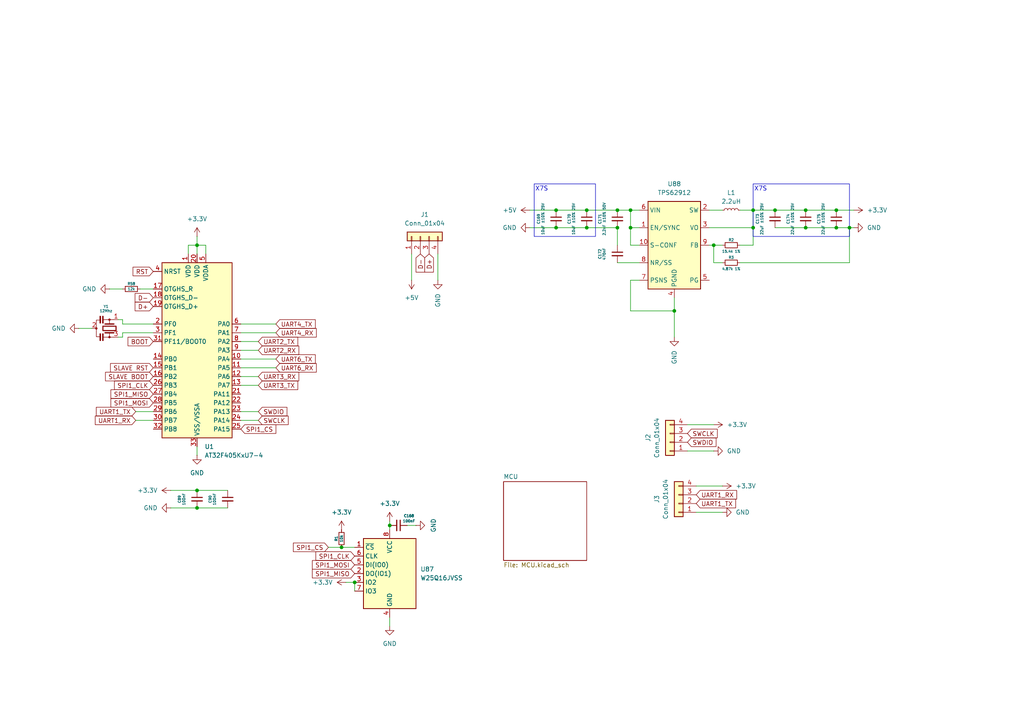
<source format=kicad_sch>
(kicad_sch (version 20231120) (generator "eeschema") (generator_version "8.0")
  (paper "A4")
  (lib_symbols
    (symbol "Connector_Generic:Conn_01x04" (pin_names (offset 1.016) hide)
      (property "Reference" "J" (at 0 5.08 0))
      (property "Value" "Conn_01x04" (at 0 -7.62 0))
      (symbol "Conn_01x04_1_1"
        (rectangle (start -1.27 -4.953) (end 0 -5.207) (stroke (width 0.1524)))
        (rectangle (start -1.27 -2.413) (end 0 -2.667) (stroke (width 0.1524)))
        (rectangle (start -1.27 0.127) (end 0 -0.127) (stroke (width 0.1524)))
        (rectangle (start -1.27 2.667) (end 0 2.413) (stroke (width 0.1524)))
        (rectangle (start -1.27 3.81) (end 1.27 -6.35) (stroke (width 0.254)) (fill (type background)))
        (pin passive line (at -5.08 2.54 0) (length 3.81) (name "Pin_1") (number "1"))
        (pin passive line (at -5.08 0 0) (length 3.81) (name "Pin_2") (number "2"))
        (pin passive line (at -5.08 -2.54 0) (length 3.81) (name "Pin_3") (number "3"))
        (pin passive line (at -5.08 -5.08 0) (length 3.81) (name "Pin_4") (number "4"))
      )
    )
    (symbol "Device:C_Small" (pin_numbers hide) (pin_names (offset 0.254) hide)
      (property "Reference" "C" (at 0.254 1.778 0))
      (property "Value" "C_Small" (at 0.254 -2.032 0))
      (symbol "C_Small_0_1"
        (polyline (pts (xy -1.524 -0.508) (xy 1.524 -0.508)) (stroke (width 0.3302)))
        (polyline (pts (xy -1.524 0.508) (xy 1.524 0.508)) (stroke (width 0.3048)))
      )
      (symbol "C_Small_1_1"
        (pin passive line (at 0 2.54 270) (length 2.032) (name "~") (number "1"))
        (pin passive line (at 0 -2.54 90) (length 2.032) (name "~") (number "2"))
      )
    )
    (symbol "Device:L_Small" (pin_numbers hide) (pin_names (offset 0.254) hide)
      (property "Reference" "L" (at 0.762 1.016 0))
      (property "Value" "L_Small" (at 0.762 -1.016 0))
      (symbol "L_Small_0_1"
        (arc (start 0 -2.032) (mid 0.5058 -1.524) (end 0 -1.016))
        (arc (start 0 -1.016) (mid 0.5058 -0.508) (end 0 0))
        (arc (start 0 0) (mid 0.5058 0.508) (end 0 1.016))
        (arc (start 0 1.016) (mid 0.5058 1.524) (end 0 2.032))
      )
      (symbol "L_Small_1_1"
        (pin passive line (at 0 2.54 270) (length 0.508) (name "~") (number "1"))
        (pin passive line (at 0 -2.54 90) (length 0.508) (name "~") (number "2"))
      )
    )
    (symbol "Device:R_Small" (pin_numbers hide) (pin_names (offset 0.254) hide)
      (property "Reference" "R" (at 0.762 0.508 0))
      (property "Value" "R_Small" (at 0.762 -1.016 0))
      (symbol "R_Small_0_1"
        (rectangle (start -0.762 1.778) (end 0.762 -1.778) (stroke (width 0.2032)))
      )
      (symbol "R_Small_1_1"
        (pin passive line (at 0 2.54 270) (length 0.762) (name "~") (number "1"))
        (pin passive line (at 0 -2.54 90) (length 0.762) (name "~") (number "2"))
      )
    )
    (symbol "Device:Resonator_Small" (pin_names (offset 1.016) hide)
      (property "Reference" "Y" (at 3.175 1.905 0))
      (property "Value" "Resonator_Small" (at 3.175 0 0))
      (symbol "Resonator_Small_0_1"
        (rectangle (start -3.556 -2.54) (end -1.524 -2.794) (fill (type outline)))
        (rectangle (start -3.556 -1.778) (end -1.524 -2.032) (fill (type outline)))
        (circle (center -2.54 0) (radius 0.254) (fill (type outline)))
        (rectangle (start -0.635 1.905) (end 0.635 -1.905) (stroke (width 0.3048)))
        (circle (center 0 -3.81) (radius 0.254) (fill (type outline)))
        (polyline (pts (xy -2.54 -1.778) (xy -2.54 0)))
        (polyline (pts (xy -2.54 0) (xy -1.397 0)))
        (polyline (pts (xy -2.54 1.27) (xy -2.54 0)))
        (polyline (pts (xy -1.27 -1.27) (xy -1.27 1.27)) (stroke (width 0.381)))
        (polyline (pts (xy 1.27 -1.27) (xy 1.27 1.27)) (stroke (width 0.381)))
        (polyline (pts (xy 1.27 0) (xy 2.54 0)))
        (polyline (pts (xy 2.54 0) (xy 2.54 -1.778)))
        (polyline (pts (xy 2.54 1.27) (xy 2.54 0)))
        (polyline (pts (xy 2.413 -2.794) (xy 2.413 -3.81) (xy -2.413 -3.81) (xy -2.413 -2.667)))
        (rectangle (start 1.524 -2.54) (end 3.556 -2.794) (fill (type outline)))
        (rectangle (start 1.524 -1.778) (end 3.556 -2.032) (fill (type outline)))
        (circle (center 2.54 0) (radius 0.254) (fill (type outline)))
      )
      (symbol "Resonator_Small_1_1"
        (pin passive line (at -2.54 2.54 270) (length 1.27) (name "1") (number "1"))
        (pin passive line (at 0 -5.08 90) (length 1.27) (name "2") (number "2"))
        (pin passive line (at 2.54 2.54 270) (length 1.27) (name "3") (number "3"))
      )
    )
    (symbol "MCU_Artery_AT32F40:AT32F405KxU7-4"
      (property "Reference" "U" (at -10.16 26.67 0))
      (property "Value" "AT32F405KxU7-4" (at 5.08 26.67 0))
      (symbol "AT32F405KxU7-4_0_1"
        (rectangle (start -10.16 25.4) (end 10.16 -25.4) (stroke (width 0.254)) (fill (type background)))
      )
      (symbol "AT32F405KxU7-4_1_1"
        (pin power_in line (at -2.54 27.94 270) (length 2.54) (name "VDD") (number "1"))
        (pin bidirectional line (at 12.7 -2.54 180) (length 2.54) (name "PA4") (number "10"))
        (pin bidirectional line (at 12.7 -5.08 180) (length 2.54) (name "PA5") (number "11"))
        (pin bidirectional line (at 12.7 -7.62 180) (length 2.54) (name "PA6") (number "12"))
        (pin bidirectional line (at 12.7 -10.16 180) (length 2.54) (name "PA7") (number "13"))
        (pin bidirectional line (at -12.7 -2.54 0) (length 2.54) (name "PB0") (number "14"))
        (pin bidirectional line (at -12.7 -5.08 0) (length 2.54) (name "PB1") (number "15"))
        (pin bidirectional line (at -12.7 -7.62 0) (length 2.54) (name "PB2") (number "16"))
        (pin input line (at -12.7 17.78 0) (length 2.54) (name "OTGHS_R") (number "17"))
        (pin bidirectional line (at -12.7 15.24 0) (length 2.54) (name "OTGHS_D-") (number "18"))
        (pin bidirectional line (at -12.7 12.7 0) (length 2.54) (name "OTGHS_D+") (number "19"))
        (pin input line (at -12.7 7.62 0) (length 2.54) (name "PF0") (number "2"))
        (pin power_in line (at 0 27.94 270) (length 2.54) (name "VDD") (number "20"))
        (pin bidirectional line (at 12.7 -12.7 180) (length 2.54) (name "PA11") (number "21"))
        (pin bidirectional line (at 12.7 -15.24 180) (length 2.54) (name "PA12") (number "22"))
        (pin bidirectional line (at 12.7 -17.78 180) (length 2.54) (name "PA13") (number "23"))
        (pin bidirectional line (at 12.7 -20.32 180) (length 2.54) (name "PA14") (number "24"))
        (pin bidirectional line (at 12.7 -22.86 180) (length 2.54) (name "PA15") (number "25"))
        (pin bidirectional line (at -12.7 -10.16 0) (length 2.54) (name "PB3") (number "26"))
        (pin bidirectional line (at -12.7 -12.7 0) (length 2.54) (name "PB4") (number "27"))
        (pin bidirectional line (at -12.7 -15.24 0) (length 2.54) (name "PB5") (number "28"))
        (pin bidirectional line (at -12.7 -17.78 0) (length 2.54) (name "PB6") (number "29"))
        (pin input line (at -12.7 5.08 0) (length 2.54) (name "PF1") (number "3"))
        (pin bidirectional line (at -12.7 -20.32 0) (length 2.54) (name "PB7") (number "30"))
        (pin input line (at -12.7 2.54 0) (length 2.54) (name "PF11/BOOT0") (number "31"))
        (pin bidirectional line (at -12.7 -22.86 0) (length 2.54) (name "PB8") (number "32"))
        (pin power_in line (at 0 -27.94 90) (length 2.54) (name "VSS/VSSA") (number "33"))
        (pin input line (at -12.7 22.86 0) (length 2.54) (name "NRST") (number "4"))
        (pin power_in line (at 2.54 27.94 270) (length 2.54) (name "VDDA") (number "5"))
        (pin bidirectional line (at 12.7 7.62 180) (length 2.54) (name "PA0") (number "6"))
        (pin bidirectional line (at 12.7 5.08 180) (length 2.54) (name "PA1") (number "7"))
        (pin bidirectional line (at 12.7 2.54 180) (length 2.54) (name "PA2") (number "8"))
        (pin bidirectional line (at 12.7 0 180) (length 2.54) (name "PA3") (number "9"))
      )
    )
    (symbol "Memory_Flash:W25Q16JVSS"
      (property "Reference" "U" (at -6.35 11.43 0))
      (property "Value" "W25Q16JVSS" (at 7.62 11.43 0))
      (symbol "W25Q16JVSS_0_1"
        (rectangle (start -7.62 10.16) (end 7.62 -10.16) (stroke (width 0.254)) (fill (type background)))
      )
      (symbol "W25Q16JVSS_1_1"
        (pin input line (at -10.16 7.62 0) (length 2.54) (name "~{CS}") (number "1"))
        (pin bidirectional line (at -10.16 0 0) (length 2.54) (name "DO(IO1)") (number "2"))
        (pin bidirectional line (at -10.16 -2.54 0) (length 2.54) (name "IO2") (number "3"))
        (pin power_in line (at 0 -12.7 90) (length 2.54) (name "GND") (number "4"))
        (pin bidirectional line (at -10.16 2.54 0) (length 2.54) (name "DI(IO0)") (number "5"))
        (pin input line (at -10.16 5.08 0) (length 2.54) (name "CLK") (number "6"))
        (pin bidirectional line (at -10.16 -5.08 0) (length 2.54) (name "IO3") (number "7"))
        (pin power_in line (at 0 12.7 270) (length 2.54) (name "VCC") (number "8"))
      )
    )
    (symbol "Regulator_Switching:TPS62912"
      (property "Reference" "U" (at -6.35 13.97 0))
      (property "Value" "TPS62912" (at 5.334 -13.97 0))
      (symbol "TPS62912_1_1"
        (rectangle (start -7.62 12.7) (end 7.62 -12.7) (stroke (width 0.254)) (fill (type background)))
        (pin input line (at -10.16 5.08 0) (length 2.54) (name "EN/SYNC") (number "1"))
        (pin input line (at -10.16 0 0) (length 2.54) (name "S-CONF") (number "10"))
        (pin power_out line (at 10.16 10.16 180) (length 2.54) (name "SW") (number "2"))
        (pin input line (at 10.16 5.08 180) (length 2.54) (name "VO") (number "3"))
        (pin power_in line (at 0 -15.24 90) (length 2.54) (name "PGND") (number "4"))
        (pin output line (at 10.16 -10.16 180) (length 2.54) (name "PG") (number "5"))
        (pin power_in line (at -10.16 10.16 0) (length 2.54) (name "VIN") (number "6"))
        (pin input line (at -10.16 -10.16 0) (length 2.54) (name "PSNS") (number "7"))
        (pin output line (at -10.16 -5.08 0) (length 2.54) (name "NR/SS") (number "8"))
        (pin input line (at 10.16 0 180) (length 2.54) (name "FB") (number "9"))
      )
    )
    (symbol "power:+3.3V" (power) (pin_numbers hide) (pin_names (offset 0) hide)
      (property "Value" "+3.3V" (at 0 3.556 0))
      (symbol "+3.3V_0_1"
        (polyline (pts (xy -0.762 1.27) (xy 0 2.54)))
        (polyline (pts (xy 0 0) (xy 0 2.54)))
        (polyline (pts (xy 0 2.54) (xy 0.762 1.27)))
      )
      (symbol "+3.3V_1_1"
        (pin power_in line (at 0 0 90) (length 0) (name "~") (number "1"))
      )
    )
    (symbol "power:+5V" (power) (pin_numbers hide) (pin_names (offset 0) hide)
      (property "Value" "+5V" (at 0 3.556 0))
      (symbol "+5V_0_1"
        (polyline (pts (xy -0.762 1.27) (xy 0 2.54)))
        (polyline (pts (xy 0 0) (xy 0 2.54)))
        (polyline (pts (xy 0 2.54) (xy 0.762 1.27)))
      )
      (symbol "+5V_1_1"
        (pin power_in line (at 0 0 90) (length 0) (name "~") (number "1"))
      )
    )
    (symbol "power:GND" (power) (pin_numbers hide) (pin_names (offset 0) hide)
      (property "Value" "GND" (at 0 -3.81 0))
      (symbol "GND_0_1"
        (polyline (pts (xy 0 0) (xy 0 -1.27) (xy 1.27 -1.27) (xy 0 -2.54) (xy -1.27 -1.27) (xy 0 -1.27)))
      )
      (symbol "GND_1_1"
        (pin power_in line (at 0 0 270) (length 0) (name "~") (number "1"))
      )
    )
  )
  (junction (at 57.15 147.32))
  (junction (at 233.68 60.96))
  (junction (at 218.44 66.04))
  (junction (at 182.88 60.96))
  (junction (at 224.79 60.96))
  (junction (at 99.06 158.75))
  (junction (at 57.15 71.12))
  (junction (at 170.18 66.04))
  (junction (at 170.18 60.96))
  (junction (at 179.07 60.96))
  (junction (at 195.58 90.17))
  (junction (at 242.57 60.96))
  (junction (at 113.03 152.4))
  (junction (at 207.01 71.12))
  (junction (at 242.57 66.04))
  (junction (at 102.87 168.91))
  (junction (at 161.29 66.04))
  (junction (at 246.38 66.04))
  (junction (at 233.68 66.04))
  (junction (at 182.88 66.04))
  (junction (at 179.07 66.04))
  (junction (at 218.44 60.96))
  (junction (at 57.15 142.24))
  (junction (at 161.29 60.96))
  (wire (pts (xy 233.68 66.04) (xy 242.57 66.04)))
  (wire (pts (xy 246.38 66.04) (xy 247.65 66.04)))
  (wire (pts (xy 224.79 66.04) (xy 233.68 66.04)))
  (wire (pts (xy 179.07 66.04) (xy 179.07 71.12)))
  (wire (pts (xy 214.63 76.2) (xy 246.38 76.2)))
  (wire (pts (xy 100.33 168.91) (xy 102.87 168.91)))
  (wire (pts (xy 185.42 71.12) (xy 182.88 71.12)))
  (wire (pts (xy 218.44 66.04) (xy 218.44 60.96)))
  (wire (pts (xy 57.15 147.32) (xy 66.04 147.32)))
  (wire (pts (xy 69.85 111.76) (xy 74.93 111.76)))
  (wire (pts (xy 127 81.28) (xy 127 73.66)))
  (wire (pts (xy 209.55 76.2) (xy 207.01 76.2)))
  (wire (pts (xy 113.03 152.4) (xy 113.03 153.67)))
  (wire (pts (xy 209.55 140.97) (xy 201.93 140.97)))
  (wire (pts (xy 69.85 119.38) (xy 74.93 119.38)))
  (wire (pts (xy 59.69 71.12) (xy 59.69 73.66)))
  (wire (pts (xy 224.79 60.96) (xy 233.68 60.96)))
  (wire (pts (xy 44.45 119.38) (xy 39.37 119.38)))
  (wire (pts (xy 95.25 158.75) (xy 99.06 158.75)))
  (wire (pts (xy 57.15 71.12) (xy 57.15 73.66)))
  (wire (pts (xy 207.01 130.81) (xy 199.39 130.81)))
  (wire (pts (xy 182.88 60.96) (xy 185.42 60.96)))
  (wire (pts (xy 113.03 151.13) (xy 113.03 152.4)))
  (wire (pts (xy 57.15 129.54) (xy 57.15 132.08)))
  (wire (pts (xy 57.15 68.58) (xy 57.15 71.12)))
  (wire (pts (xy 118.11 152.4) (xy 120.65 152.4)))
  (wire (pts (xy 214.63 71.12) (xy 218.44 71.12)))
  (wire (pts (xy 119.38 81.28) (xy 119.38 73.66)))
  (wire (pts (xy 49.53 142.24) (xy 57.15 142.24)))
  (wire (pts (xy 57.15 71.12) (xy 59.69 71.12)))
  (wire (pts (xy 205.74 60.96) (xy 209.55 60.96)))
  (wire (pts (xy 182.88 81.28) (xy 185.42 81.28)))
  (wire (pts (xy 69.85 106.68) (xy 80.01 106.68)))
  (wire (pts (xy 35.56 93.98) (xy 35.56 92.71)))
  (wire (pts (xy 49.53 147.32) (xy 57.15 147.32)))
  (wire (pts (xy 205.74 66.04) (xy 218.44 66.04)))
  (wire (pts (xy 69.85 109.22) (xy 74.93 109.22)))
  (wire (pts (xy 40.64 83.82) (xy 44.45 83.82)))
  (wire (pts (xy 35.56 96.52) (xy 35.56 97.79)))
  (wire (pts (xy 35.56 97.79) (xy 34.29 97.79)))
  (wire (pts (xy 218.44 71.12) (xy 218.44 66.04)))
  (wire (pts (xy 153.67 66.04) (xy 161.29 66.04)))
  (wire (pts (xy 195.58 90.17) (xy 195.58 86.36)))
  (wire (pts (xy 207.01 123.19) (xy 199.39 123.19)))
  (wire (pts (xy 179.07 60.96) (xy 182.88 60.96)))
  (wire (pts (xy 80.01 96.52) (xy 69.85 96.52)))
  (wire (pts (xy 44.45 93.98) (xy 35.56 93.98)))
  (wire (pts (xy 69.85 99.06) (xy 74.93 99.06)))
  (wire (pts (xy 35.56 92.71) (xy 34.29 92.71)))
  (wire (pts (xy 102.87 168.91) (xy 102.87 171.45)))
  (wire (pts (xy 179.07 76.2) (xy 185.42 76.2)))
  (wire (pts (xy 153.67 60.96) (xy 161.29 60.96)))
  (wire (pts (xy 44.45 96.52) (xy 35.56 96.52)))
  (wire (pts (xy 246.38 66.04) (xy 246.38 76.2)))
  (wire (pts (xy 182.88 71.12) (xy 182.88 66.04)))
  (wire (pts (xy 54.61 71.12) (xy 54.61 73.66)))
  (wire (pts (xy 182.88 60.96) (xy 182.88 66.04)))
  (wire (pts (xy 242.57 66.04) (xy 246.38 66.04)))
  (wire (pts (xy 185.42 66.04) (xy 182.88 66.04)))
  (wire (pts (xy 233.68 60.96) (xy 242.57 60.96)))
  (wire (pts (xy 113.03 179.07) (xy 113.03 181.61)))
  (wire (pts (xy 99.06 158.75) (xy 102.87 158.75)))
  (wire (pts (xy 54.61 71.12) (xy 57.15 71.12)))
  (wire (pts (xy 182.88 90.17) (xy 195.58 90.17)))
  (wire (pts (xy 69.85 121.92) (xy 74.93 121.92)))
  (wire (pts (xy 170.18 66.04) (xy 179.07 66.04)))
  (wire (pts (xy 207.01 71.12) (xy 209.55 71.12)))
  (wire (pts (xy 31.75 83.82) (xy 35.56 83.82)))
  (wire (pts (xy 242.57 60.96) (xy 247.65 60.96)))
  (wire (pts (xy 69.85 104.14) (xy 80.01 104.14)))
  (wire (pts (xy 170.18 60.96) (xy 179.07 60.96)))
  (wire (pts (xy 218.44 60.96) (xy 224.79 60.96)))
  (wire (pts (xy 195.58 97.79) (xy 195.58 90.17)))
  (wire (pts (xy 161.29 66.04) (xy 170.18 66.04)))
  (wire (pts (xy 57.15 142.24) (xy 66.04 142.24)))
  (wire (pts (xy 205.74 71.12) (xy 207.01 71.12)))
  (wire (pts (xy 207.01 76.2) (xy 207.01 71.12)))
  (wire (pts (xy 22.86 95.25) (xy 26.67 95.25)))
  (wire (pts (xy 80.01 93.98) (xy 69.85 93.98)))
  (wire (pts (xy 218.44 60.96) (xy 214.63 60.96)))
  (wire (pts (xy 161.29 60.96) (xy 170.18 60.96)))
  (wire (pts (xy 44.45 121.92) (xy 39.37 121.92)))
  (wire (pts (xy 209.55 148.59) (xy 201.93 148.59)))
  (wire (pts (xy 182.88 81.28) (xy 182.88 90.17)))
  (wire (pts (xy 69.85 101.6) (xy 74.93 101.6)))
  (rectangle (start 218.44 53.34) (end 246.38 68.58))
  (rectangle (start 154.94 53.34) (end 172.72 68.58))
  (text "X7S" (at 218.694 54.102 0) (effects (font (size 1.27 1.27)) (justify left top)))
  (text "X7S" (at 155.194 54.102 0) (effects (font (size 1.27 1.27)) (justify left top)))
  (global_label "UART6_RX" (shape input) (at 80.01 106.68 0) (property "Intersheetrefs" "${INTERSHEET_REFS}" (effects (hide yes))))
  (global_label "D+" (shape input) (at 124.46 73.66 270) (property "Intersheetrefs" "${INTERSHEET_REFS}" (effects (hide yes))))
  (global_label "SLAVE RST" (shape input) (at 44.45 106.68 180) (property "Intersheetrefs" "${INTERSHEET_REFS}" (effects (hide yes))))
  (global_label "UART1_RX" (shape input) (at 39.37 121.92 180) (property "Intersheetrefs" "${INTERSHEET_REFS}" (effects (hide yes))))
  (global_label "UART4_TX" (shape input) (at 80.01 93.98 0) (property "Intersheetrefs" "${INTERSHEET_REFS}" (effects (hide yes))))
  (global_label "UART6_TX" (shape input) (at 80.01 104.14 0) (property "Intersheetrefs" "${INTERSHEET_REFS}" (effects (hide yes))))
  (global_label "UART1_TX" (shape input) (at 39.37 119.38 180) (property "Intersheetrefs" "${INTERSHEET_REFS}" (effects (hide yes))))
  (global_label "UART2_RX" (shape input) (at 74.93 101.6 0) (property "Intersheetrefs" "${INTERSHEET_REFS}" (effects (hide yes))))
  (global_label "SPI1_MISO" (shape input) (at 102.87 166.37 180) (property "Intersheetrefs" "${INTERSHEET_REFS}" (effects (hide yes))))
  (global_label "D-" (shape input) (at 121.92 73.66 270) (property "Intersheetrefs" "${INTERSHEET_REFS}" (effects (hide yes))))
  (global_label "SPI1_CLK" (shape input) (at 102.87 161.29 180) (property "Intersheetrefs" "${INTERSHEET_REFS}" (effects (hide yes))))
  (global_label "D-" (shape input) (at 44.45 86.36 180) (property "Intersheetrefs" "${INTERSHEET_REFS}" (effects (hide yes))))
  (global_label "SWDIO" (shape input) (at 199.39 128.27 0) (property "Intersheetrefs" "${INTERSHEET_REFS}" (effects (hide yes))))
  (global_label "RST" (shape input) (at 44.45 78.74 180) (property "Intersheetrefs" "${INTERSHEET_REFS}" (effects (hide yes))))
  (global_label "UART2_TX" (shape input) (at 74.93 99.06 0) (property "Intersheetrefs" "${INTERSHEET_REFS}" (effects (hide yes))))
  (global_label "SPI1_CS" (shape input) (at 69.85 124.46 0) (property "Intersheetrefs" "${INTERSHEET_REFS}" (effects (hide yes))))
  (global_label "UART3_TX" (shape input) (at 74.93 111.76 0) (property "Intersheetrefs" "${INTERSHEET_REFS}" (effects (hide yes))))
  (global_label "SWCLK" (shape input) (at 74.93 121.92 0) (property "Intersheetrefs" "${INTERSHEET_REFS}" (effects (hide yes))))
  (global_label "UART3_RX" (shape input) (at 74.93 109.22 0) (property "Intersheetrefs" "${INTERSHEET_REFS}" (effects (hide yes))))
  (global_label "UART4_RX" (shape input) (at 80.01 96.52 0) (property "Intersheetrefs" "${INTERSHEET_REFS}" (effects (hide yes))))
  (global_label "SPI1_MISO" (shape input) (at 44.45 114.3 180) (property "Intersheetrefs" "${INTERSHEET_REFS}" (effects (hide yes))))
  (global_label "UART1_RX" (shape input) (at 201.93 143.51 0) (property "Intersheetrefs" "${INTERSHEET_REFS}" (effects (hide yes))))
  (global_label "SPI1_MOSI" (shape input) (at 44.45 116.84 180) (property "Intersheetrefs" "${INTERSHEET_REFS}" (effects (hide yes))))
  (global_label "SPI1_CLK" (shape input) (at 44.45 111.76 180) (property "Intersheetrefs" "${INTERSHEET_REFS}" (effects (hide yes))))
  (global_label "D+" (shape input) (at 44.45 88.9 180) (property "Intersheetrefs" "${INTERSHEET_REFS}" (effects (hide yes))))
  (global_label "SWCLK" (shape input) (at 199.39 125.73 0) (property "Intersheetrefs" "${INTERSHEET_REFS}" (effects (hide yes))))
  (global_label "SLAVE BOOT" (shape input) (at 44.45 109.22 180) (property "Intersheetrefs" "${INTERSHEET_REFS}" (effects (hide yes))))
  (global_label "UART1_TX" (shape input) (at 201.93 146.05 0) (property "Intersheetrefs" "${INTERSHEET_REFS}" (effects (hide yes))))
  (global_label "SPI1_MOSI" (shape input) (at 102.87 163.83 180) (property "Intersheetrefs" "${INTERSHEET_REFS}" (effects (hide yes))))
  (global_label "SWDIO" (shape input) (at 74.93 119.38 0) (property "Intersheetrefs" "${INTERSHEET_REFS}" (effects (hide yes))))
  (global_label "BOOT" (shape input) (at 44.45 99.06 180) (property "Intersheetrefs" "${INTERSHEET_REFS}" (effects (hide yes))))
  (global_label "SPI1_CS" (shape input) (at 95.25 158.75 180) (property "Intersheetrefs" "${INTERSHEET_REFS}" (effects (hide yes))))
  (symbol (lib_id "power:GND") (at 127 81.28 0) (unit 1)
    (property "Reference" "#PWR128" (effects (hide yes)))
    (property "Value" "GND" (at 127.0001 85.09 90) (effects (justify right)))
    (property "Description" "Power symbol creates a global label with name \"GND\" , ground" (effects (hide yes)))
  )
  (symbol (lib_id "Device:Resonator_Small") (at 31.75 95.25 270) (unit 1)
    (property "Reference" "Y1" (at 30.7467 88.9 90) (effects (font (size 0.75 0.75))))
    (property "Value" "12Mhz" (at 30.7467 90.17 90) (effects (font (size 0.75 0.75))))
    (property "Footprint" "Common_Footprint:Resonator_SMD_muRata_CSTxExxV-3Pin_3.0x1.1mm" (effects (hide yes)))
    (property "Description" "Three pin ceramic resonator, small symbol" (effects (hide yes)))
  )
  (symbol (lib_id "Device:L_Small") (at 212.09 60.96 90) (unit 1)
    (property "Reference" "L1" (at 212.09 55.88 90))
    (property "Value" "2.2uH" (at 212.09 58.42 90))
    (property "Footprint" "Inductor_SMD:L_TDK_NLV25_2.5x2.0mm" (effects (hide yes)))
    (property "Description" "Inductor, small symbol" (effects (hide yes)))
  )
  (symbol (lib_id "power:GND") (at 247.65 66.04 90) (unit 1)
    (property "Reference" "#PWR123" (effects (hide yes)))
    (property "Value" "GND" (at 251.46 66.0399 90) (effects (justify right)))
    (property "Description" "Power symbol creates a global label with name \"GND\" , ground" (effects (hide yes)))
  )
  (symbol (lib_id "Memory_Flash:W25Q16JVSS") (at 113.03 166.37 0) (unit 1)
    (property "Reference" "U87" (at 121.92 165.0999 0) (effects (justify left)))
    (property "Value" "W25Q16JVSS" (at 121.92 167.6399 0) (effects (justify left)))
    (property "Footprint" "Common_Footprint:USON-8-1EP_1.5x1.5mm_P0.4mm_EP0.7x1.3mm" (effects (hide yes)))
    (property "Datasheet" "https://www.winbond.com/hq/support/documentation/levelOne.jsp?__locale=en&DocNo=DA00-W25Q16JV.1" (effects (hide yes)))
    (property "Description" "16Mb Serial Flash Memory, Standard/Dual/Quad SPI, SOIC-8" (effects (hide yes)))
  )
  (symbol (lib_id "Regulator_Switching:TPS62912") (at 195.58 71.12 0) (unit 1)
    (property "Reference" "U88" (at 195.58 53.34 0))
    (property "Value" "TPS62912" (at 195.58 55.88 0))
    (property "Footprint" "Package_DFN_QFN:Texas_RPU0010A_VQFN-HR-10_2x2mm_P0.5mm" (effects (hide yes)))
    (property "Datasheet" "https://www.ti.com/lit/ds/symlink/tps62912.pdf" (effects (hide yes)))
    (property "Description" "2.2MHz or 1MHz, 2A, Low Noise, Low Ripple, Buck Converter with Integrated Ferrite Bead Filter Compensation, VQFN-HR" (effects (hide yes)))
  )
  (symbol (lib_id "Device:C_Small") (at 224.79 63.5 0) (unit 1)
    (property "Reference" "C173" (at 219.71 63.5064 90) (effects (font (size 0.75 0.75))))
    (property "Value" "22uF ±10% 25V" (at 220.98 63.5064 90) (effects (font (size 0.75 0.75))))
    (property "Footprint" "Common_Footprint:C_0603" (effects (hide yes)))
    (property "Description" "Unpolarized capacitor, small symbol" (effects (hide yes)))
  )
  (symbol (lib_id "power:GND") (at 49.53 147.32 270) (unit 1)
    (property "Reference" "#PWR96" (effects (hide yes)))
    (property "Value" "GND" (at 45.72 147.3199 90) (effects (justify right)))
    (property "Description" "Power symbol creates a global label with name \"GND\" , ground" (effects (hide yes)))
  )
  (symbol (lib_id "power:GND") (at 120.65 152.4 90) (unit 1)
    (property "Reference" "#PWR121" (effects (hide yes)))
    (property "Value" "GND" (at 125.73 152.4 0))
  )
  (symbol (lib_id "power:GND") (at 22.86 95.25 270) (unit 1)
    (property "Reference" "#PWR2" (effects (hide yes)))
    (property "Value" "GND" (at 19.05 95.2499 90) (effects (justify right)))
    (property "Description" "Power symbol creates a global label with name \"GND\" , ground" (effects (hide yes)))
  )
  (symbol (lib_id "Device:R_Small") (at 212.09 71.12 90) (unit 1)
    (property "Reference" "R2" (at 212.09 69.596 90) (effects (font (size 0.75 0.75))))
    (property "Value" "15.4k 1%" (at 212.09 72.898 90) (effects (font (size 0.75 0.75))))
    (property "Footprint" "Common_Footprint:R_0402" (effects (hide yes)))
    (property "Description" "Resistor, small symbol" (effects (hide yes)))
  )
  (symbol (lib_id "Connector_Generic:Conn_01x04") (at 194.31 128.27 180) (unit 1)
    (property "Reference" "J2" (at 187.96 127 90))
    (property "Value" "Conn_01x04" (at 190.5 127 90))
    (property "Footprint" "Connector_PinHeader_2.54mm:PinHeader_1x04_P2.54mm_Vertical" (effects (hide yes)))
    (property "Description" "Generic connector, single row, 01x04, script generated (kicad-library-utils/schlib/autogen/connector/)" (effects (hide yes)))
  )
  (symbol (lib_id "Device:C_Small") (at 161.29 63.5 0) (unit 1)
    (property "Reference" "C169" (at 156.21 63.5064 90) (effects (font (size 0.75 0.75))))
    (property "Value" "10uF ±10% 25V" (at 157.48 63.5064 90) (effects (font (size 0.75 0.75))))
    (property "Footprint" "Common_Footprint:C_0603" (effects (hide yes)))
    (property "Description" "Unpolarized capacitor, small symbol" (effects (hide yes)))
  )
  (symbol (lib_id "Connector_Generic:Conn_01x04") (at 196.85 146.05 180) (unit 1)
    (property "Reference" "J3" (at 190.5 144.78 90))
    (property "Value" "Conn_01x04" (at 193.04 144.78 90))
    (property "Footprint" "Connector_PinHeader_2.54mm:PinHeader_1x04_P2.54mm_Vertical" (effects (hide yes)))
    (property "Description" "Generic connector, single row, 01x04, script generated (kicad-library-utils/schlib/autogen/connector/)" (effects (hide yes)))
  )
  (symbol (lib_id "power:GND") (at 207.01 130.81 90) (unit 1)
    (property "Reference" "#PWR130" (effects (hide yes)))
    (property "Value" "GND" (at 210.82 130.8099 90) (effects (justify right)))
    (property "Description" "Power symbol creates a global label with name \"GND\" , ground" (effects (hide yes)))
  )
  (symbol (lib_id "Device:C_Small") (at 115.57 152.4 270) (unit 1)
    (property "Reference" "C168" (at 118.618 149.606 90) (effects (font (size 0.75 0.75))))
    (property "Value" "100nF" (at 118.618 151.13 90) (effects (font (size 0.75 0.75))))
    (property "Footprint" "Common_Footprint:C_0402" (effects (hide yes)))
    (property "Description" "Unpolarized capacitor, small symbol" (effects (hide yes)))
  )
  (symbol (lib_id "power:GND") (at 195.58 97.79 0) (unit 1)
    (property "Reference" "#PWR126" (effects (hide yes)))
    (property "Value" "GND" (at 195.5801 101.6 90) (effects (justify right)))
    (property "Description" "Power symbol creates a global label with name \"GND\" , ground" (effects (hide yes)))
  )
  (symbol (lib_id "power:GND") (at 209.55 148.59 90) (unit 1)
    (property "Reference" "#PWR132" (effects (hide yes)))
    (property "Value" "GND" (at 213.36 148.5899 90) (effects (justify right)))
    (property "Description" "Power symbol creates a global label with name \"GND\" , ground" (effects (hide yes)))
  )
  (symbol (lib_id "power:+5V") (at 153.67 60.96 90) (unit 1)
    (property "Reference" "#PWR124" (effects (hide yes)))
    (property "Value" "+5V" (at 149.86 60.9599 90) (effects (justify left)))
    (property "Description" "Power symbol creates a global label with name \"+5V\"" (effects (hide yes)))
  )
  (symbol (lib_id "power:+3.3V") (at 49.53 142.24 90) (unit 1)
    (property "Reference" "#PWR95" (effects (hide yes)))
    (property "Value" "+3.3V" (at 45.72 142.2399 90) (effects (justify left)))
    (property "Description" "Power symbol creates a global label with name \"+3.3V\"" (effects (hide yes)))
  )
  (symbol (lib_id "Device:R_Small") (at 38.1 83.82 90) (unit 1)
    (property "Reference" "R58" (at 38.1 82.296 90) (effects (font (size 0.75 0.75))))
    (property "Value" "12k" (at 38.1 83.82 90) (effects (font (size 0.75 0.75))))
    (property "Footprint" "Common_Footprint:R_0402" (effects (hide yes)))
    (property "Description" "Resistor, small symbol" (effects (hide yes)))
  )
  (symbol (lib_id "Device:C_Small") (at 170.18 63.5 0) (unit 1)
    (property "Reference" "C170" (at 165.1 63.5064 90) (effects (font (size 0.75 0.75))))
    (property "Value" "10uF ±10% 25V" (at 166.37 63.5064 90) (effects (font (size 0.75 0.75))))
    (property "Footprint" "Common_Footprint:C_0603" (effects (hide yes)))
    (property "Description" "Unpolarized capacitor, small symbol" (effects (hide yes)))
  )
  (symbol (lib_id "Device:C_Small") (at 242.57 63.5 0) (unit 1)
    (property "Reference" "C175" (at 237.49 63.5064 90) (effects (font (size 0.75 0.75))))
    (property "Value" "22uF ±10% 25V" (at 238.76 63.5064 90) (effects (font (size 0.75 0.75))))
    (property "Footprint" "Common_Footprint:C_0603" (effects (hide yes)))
    (property "Description" "Unpolarized capacitor, small symbol" (effects (hide yes)))
  )
  (symbol (lib_id "power:+3.3V") (at 209.55 140.97 270) (unit 1)
    (property "Reference" "#PWR131" (effects (hide yes)))
    (property "Value" "+3.3V" (at 213.36 140.9699 90) (effects (justify left)))
    (property "Description" "Power symbol creates a global label with name \"+3.3V\"" (effects (hide yes)))
  )
  (symbol (lib_id "Connector_Generic:Conn_01x04") (at 121.92 68.58 90) (unit 1)
    (property "Reference" "J1" (at 123.19 62.23 90))
    (property "Value" "Conn_01x04" (at 123.19 64.77 90))
    (property "Footprint" "Common_Footprint:JST-SR-4" (effects (hide yes)))
    (property "Description" "Generic connector, single row, 01x04, script generated (kicad-library-utils/schlib/autogen/connector/)" (effects (hide yes)))
  )
  (symbol (lib_id "power:+5V") (at 119.38 81.28 180) (unit 1)
    (property "Reference" "#PWR127" (effects (hide yes)))
    (property "Value" "+5V" (at 119.38 86.36 0))
    (property "Description" "Power symbol creates a global label with name \"+5V\"" (effects (hide yes)))
  )
  (symbol (lib_id "power:GND") (at 57.15 132.08 0) (unit 1)
    (property "Reference" "#PWR4" (effects (hide yes)))
    (property "Value" "GND" (at 57.15 137.16 0))
    (property "Description" "Power symbol creates a global label with name \"GND\" , ground" (effects (hide yes)))
  )
  (symbol (lib_id "Device:C_Small") (at 179.07 63.5 0) (unit 1)
    (property "Reference" "C171" (at 173.99 63.5064 90) (effects (font (size 0.75 0.75))))
    (property "Value" "2.2nF ±10% 50V" (at 175.26 63.5064 90) (effects (font (size 0.75 0.75))))
    (property "Footprint" "Common_Footprint:C_0402" (effects (hide yes)))
    (property "Description" "Unpolarized capacitor, small symbol" (effects (hide yes)))
  )
  (symbol (lib_id "power:GND") (at 31.75 83.82 270) (unit 1)
    (property "Reference" "#PWR1" (effects (hide yes)))
    (property "Value" "GND" (at 27.94 83.8199 90) (effects (justify right)))
    (property "Description" "Power symbol creates a global label with name \"GND\" , ground" (effects (hide yes)))
  )
  (symbol (lib_id "power:GND") (at 153.67 66.04 270) (unit 1)
    (property "Reference" "#PWR125" (effects (hide yes)))
    (property "Value" "GND" (at 149.86 66.0401 90) (effects (justify right)))
    (property "Description" "Power symbol creates a global label with name \"GND\" , ground" (effects (hide yes)))
  )
  (symbol (lib_id "power:+3.3V") (at 113.03 151.13 0) (unit 1)
    (property "Reference" "#PWR119" (effects (hide yes)))
    (property "Value" "+3.3V" (at 113.03 146.05 0))
    (property "Description" "Power symbol creates a global label with name \"+3.3V\"" (effects (hide yes)))
  )
  (symbol (lib_id "MCU_Artery_AT32F40:AT32F405KxU7-4") (at 57.15 101.6 0) (unit 1)
    (property "Reference" "U1" (at 59.3441 129.54 0) (effects (justify left)))
    (property "Value" "AT32F405KxU7-4" (at 59.3441 132.08 0) (effects (justify left)))
    (property "Footprint" "Artery_MCU:QFN-32_4x4mm_ThermalVias" (effects (hide yes)))
    (property "Datasheet" "https://www.arterytek.com/download/DS/DS_AT32F405_402_V2.00_EN.pdf" (effects (hide yes)))
    (property "Description" "ARM Cortex-M4F MCU, 128 ~ 256KB flash, 70 ~ 102KB RAM, 216MHz, 2.4-3.6V, 25 GPIO, QFN-32" (effects (hide yes)))
  )
  (symbol (lib_id "power:+3.3V") (at 100.33 168.91 90) (unit 1)
    (property "Reference" "#PWR118" (effects (hide yes)))
    (property "Value" "+3.3V" (at 96.52 168.9099 90) (effects (justify left)))
    (property "Description" "Power symbol creates a global label with name \"+3.3V\"" (effects (hide yes)))
  )
  (symbol (lib_id "Device:C_Small") (at 66.04 144.78 0) (unit 1)
    (property "Reference" "C90" (at 60.96 144.7864 90) (effects (font (size 0.75 0.75))))
    (property "Value" "100nF" (at 62.23 144.7864 90) (effects (font (size 0.75 0.75))))
    (property "Footprint" "Common_Footprint:C_0402" (effects (hide yes)))
    (property "Description" "Unpolarized capacitor, small symbol" (effects (hide yes)))
  )
  (symbol (lib_id "power:+3.3V") (at 247.65 60.96 270) (unit 1)
    (property "Reference" "#PWR122" (effects (hide yes)))
    (property "Value" "+3.3V" (at 251.46 60.9599 90) (effects (justify left)))
    (property "Description" "Power symbol creates a global label with name \"+3.3V\"" (effects (hide yes)))
  )
  (symbol (lib_id "Device:C_Small") (at 57.15 144.78 0) (unit 1)
    (property "Reference" "C89" (at 52.07 144.7864 90) (effects (font (size 0.75 0.75))))
    (property "Value" "100nF" (at 53.34 144.7864 90) (effects (font (size 0.75 0.75))))
    (property "Footprint" "Common_Footprint:C_0402" (effects (hide yes)))
    (property "Description" "Unpolarized capacitor, small symbol" (effects (hide yes)))
  )
  (symbol (lib_id "Device:R_Small") (at 99.06 156.21 180) (unit 1)
    (property "Reference" "R1" (at 97.536 156.21 90) (effects (font (size 0.75 0.75))))
    (property "Value" "10k" (at 99.06 156.21 90) (effects (font (size 0.75 0.75))))
    (property "Footprint" "Common_Footprint:R_0402" (effects (hide yes)))
    (property "Description" "Resistor, small symbol" (effects (hide yes)))
  )
  (symbol (lib_id "Device:R_Small") (at 212.09 76.2 90) (unit 1)
    (property "Reference" "R3" (at 212.09 74.676 90) (effects (font (size 0.75 0.75))))
    (property "Value" "4.87k 1%" (at 212.09 77.978 90) (effects (font (size 0.75 0.75))))
    (property "Footprint" "Common_Footprint:R_0402" (effects (hide yes)))
    (property "Description" "Resistor, small symbol" (effects (hide yes)))
  )
  (symbol (lib_id "Device:C_Small") (at 233.68 63.5 0) (unit 1)
    (property "Reference" "C174" (at 228.6 63.5064 90) (effects (font (size 0.75 0.75))))
    (property "Value" "22uF ±10% 25V" (at 229.87 63.5064 90) (effects (font (size 0.75 0.75))))
    (property "Footprint" "Common_Footprint:C_0603" (effects (hide yes)))
    (property "Description" "Unpolarized capacitor, small symbol" (effects (hide yes)))
  )
  (symbol (lib_id "power:GND") (at 113.03 181.61 0) (unit 1)
    (property "Reference" "#PWR120" (effects (hide yes)))
    (property "Value" "GND" (at 113.03 186.69 0))
  )
  (symbol (lib_id "Device:C_Small") (at 179.07 73.66 0) (unit 1)
    (property "Reference" "C172" (at 173.99 73.6664 90) (effects (font (size 0.75 0.75))))
    (property "Value" "470nF" (at 175.26 73.6664 90) (effects (font (size 0.75 0.75))))
    (property "Footprint" "Common_Footprint:C_0402" (effects (hide yes)))
    (property "Description" "Unpolarized capacitor, small symbol" (effects (hide yes)))
  )
  (symbol (lib_id "power:+3.3V") (at 99.06 153.67 0) (unit 1)
    (property "Reference" "#PWR117" (effects (hide yes)))
    (property "Value" "+3.3V" (at 99.06 148.59 0))
    (property "Description" "Power symbol creates a global label with name \"+3.3V\"" (effects (hide yes)))
  )
  (symbol (lib_id "power:+3.3V") (at 57.15 68.58 0) (unit 1)
    (property "Reference" "#PWR12" (effects (hide yes)))
    (property "Value" "+3.3V" (at 57.15 63.5 0))
    (property "Description" "Power symbol creates a global label with name \"+3.3V\"" (effects (hide yes)))
  )
  (symbol (lib_id "power:+3.3V") (at 207.01 123.19 270) (unit 1)
    (property "Reference" "#PWR129" (effects (hide yes)))
    (property "Value" "+3.3V" (at 210.82 123.1899 90) (effects (justify left)))
    (property "Description" "Power symbol creates a global label with name \"+3.3V\"" (effects (hide yes)))
  )
  (sheet (at 146.05 139.7) (size 24.13 22.86) (stroke (width 0.1524))
    (property "Sheetname" "MCU" (at 146.05 138.9884 0) (effects (justify left bottom)))
    (property "Sheetfile" "MCU.kicad_sch" (at 146.05 163.1446 0) (effects (justify left top)))
  )
)
</source>
